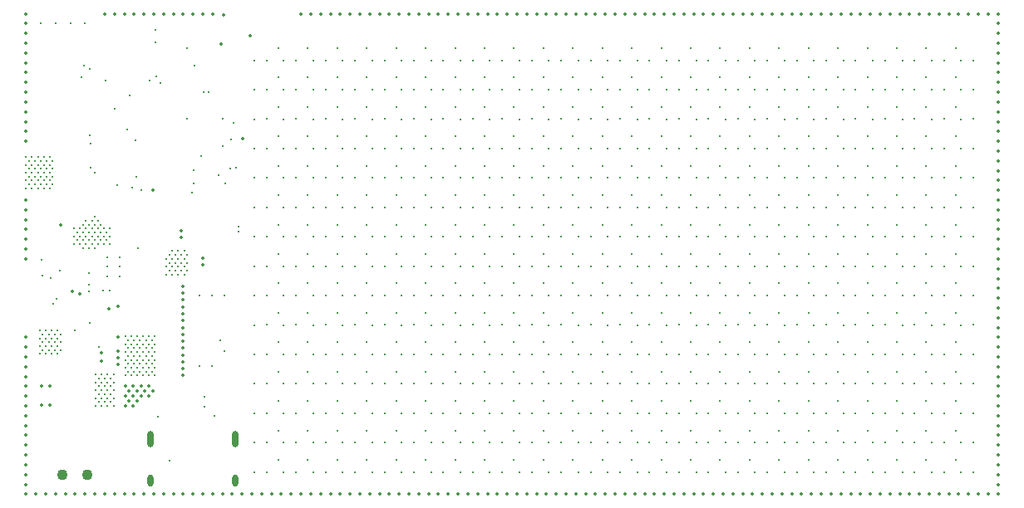
<source format=gbr>
%TF.GenerationSoftware,KiCad,Pcbnew,(5.99.0-12974-ge12f9a194d)*%
%TF.CreationDate,2021-11-26T19:34:31-08:00*%
%TF.ProjectId,LED_Addrs,4c45445f-4164-4647-9273-2e6b69636164,rev?*%
%TF.SameCoordinates,Original*%
%TF.FileFunction,Plated,1,4,PTH,Mixed*%
%TF.FilePolarity,Positive*%
%FSLAX46Y46*%
G04 Gerber Fmt 4.6, Leading zero omitted, Abs format (unit mm)*
G04 Created by KiCad (PCBNEW (5.99.0-12974-ge12f9a194d)) date 2021-11-26 19:34:31*
%MOMM*%
%LPD*%
G01*
G04 APERTURE LIST*
%TA.AperFunction,ViaDrill*%
%ADD10C,0.200000*%
%TD*%
%TA.AperFunction,ComponentDrill*%
%ADD11C,0.200000*%
%TD*%
%TA.AperFunction,ViaDrill*%
%ADD12C,0.350000*%
%TD*%
G04 aperture for slot hole*
%TA.AperFunction,ComponentDrill*%
%ADD13O,0.600000X1.700000*%
%TD*%
G04 aperture for slot hole*
%TA.AperFunction,ComponentDrill*%
%ADD14O,0.600000X1.200000*%
%TD*%
%TA.AperFunction,ComponentDrill*%
%ADD15C,1.100000*%
%TD*%
G04 APERTURE END LIST*
D10*
X12500000Y-27100000D03*
X12500000Y-27900000D03*
X12500000Y-28700000D03*
X12500000Y-29500000D03*
X12500000Y-30300000D03*
X12800000Y-27500000D03*
X12800000Y-28300000D03*
X12800000Y-29100000D03*
X12800000Y-29900000D03*
X13100000Y-27100000D03*
X13100000Y-27900000D03*
X13100000Y-28700000D03*
X13100000Y-29500000D03*
X13100000Y-30300000D03*
X13400000Y-27500000D03*
X13400000Y-28300000D03*
X13400000Y-29100000D03*
X13400000Y-29900000D03*
X13700000Y-27100000D03*
X13700000Y-27900000D03*
X13700000Y-28700000D03*
X13700000Y-29500000D03*
X13700000Y-30300000D03*
X13900000Y-44800000D03*
X13900000Y-45600000D03*
X13900000Y-46400000D03*
X13900000Y-47200000D03*
X14000000Y-13500000D03*
X14000000Y-27500000D03*
X14000000Y-28300000D03*
X14000000Y-29100000D03*
X14000000Y-29900000D03*
X14050000Y-37562500D03*
X14134600Y-39200000D03*
X14200000Y-45200000D03*
X14200000Y-46000000D03*
X14200000Y-46800000D03*
X14300000Y-27100000D03*
X14300000Y-27900000D03*
X14300000Y-28700000D03*
X14300000Y-29500000D03*
X14300000Y-30300000D03*
X14500000Y-44800000D03*
X14500000Y-45600000D03*
X14500000Y-46400000D03*
X14500000Y-47200000D03*
X14600000Y-27500000D03*
X14600000Y-28300000D03*
X14600000Y-29100000D03*
X14600000Y-29900000D03*
X14800000Y-45200000D03*
X14800000Y-46000000D03*
X14800000Y-46800000D03*
X14900000Y-27100000D03*
X14900000Y-27900000D03*
X14900000Y-28700000D03*
X14900000Y-29500000D03*
X14900000Y-30300000D03*
X15000000Y-39437500D03*
X15100000Y-44800000D03*
X15100000Y-45600000D03*
X15100000Y-46400000D03*
X15100000Y-47200000D03*
X15200000Y-27500000D03*
X15200000Y-28300000D03*
X15200000Y-29100000D03*
X15200000Y-29900000D03*
X15275000Y-42085000D03*
X15400000Y-45200000D03*
X15400000Y-46000000D03*
X15400000Y-46800000D03*
X15500000Y-13500000D03*
X15559600Y-41601975D03*
X15700000Y-44800000D03*
X15700000Y-45600000D03*
X15700000Y-46400000D03*
X15700000Y-47200000D03*
X15900000Y-38700000D03*
X16000000Y-45200000D03*
X16000000Y-46000000D03*
X16000000Y-46800000D03*
X17000000Y-13500000D03*
X17400000Y-34400000D03*
X17400000Y-35200000D03*
X17400000Y-36000000D03*
X17500000Y-44800000D03*
X17700000Y-34800000D03*
X17700000Y-35600000D03*
X18000000Y-34400000D03*
X18000000Y-35200000D03*
X18000000Y-36000000D03*
X18100000Y-19000000D03*
X18300000Y-34000000D03*
X18300000Y-34800000D03*
X18300000Y-35600000D03*
X18300000Y-36400000D03*
X18390000Y-17780000D03*
X18500000Y-13500000D03*
X18600000Y-33600000D03*
X18600000Y-34400000D03*
X18600000Y-35200000D03*
X18600000Y-36000000D03*
X18900000Y-34000000D03*
X18900000Y-34800000D03*
X18900000Y-35600000D03*
X18900000Y-36400000D03*
X18900000Y-40818400D03*
X18925000Y-38935000D03*
X18925000Y-40100000D03*
X19000000Y-18100000D03*
X19000000Y-24900000D03*
X19000000Y-44000000D03*
X19054912Y-28233912D03*
X19100000Y-25700000D03*
X19200000Y-33600000D03*
X19200000Y-34400000D03*
X19200000Y-35200000D03*
X19200000Y-36000000D03*
X19500000Y-33200000D03*
X19500000Y-34000000D03*
X19500000Y-34800000D03*
X19500000Y-35600000D03*
X19500000Y-36400000D03*
X19525634Y-28704634D03*
X19600000Y-49300000D03*
X19600000Y-50100000D03*
X19600000Y-50900000D03*
X19600000Y-51700000D03*
X19600000Y-52500000D03*
X19800000Y-33600000D03*
X19800000Y-34400000D03*
X19800000Y-35200000D03*
X19800000Y-36000000D03*
X19900000Y-46500000D03*
X19900000Y-49700000D03*
X19900000Y-50500000D03*
X19900000Y-51300000D03*
X19900000Y-52100000D03*
X20100000Y-34000000D03*
X20100000Y-34800000D03*
X20100000Y-35600000D03*
X20200000Y-49300000D03*
X20200000Y-50100000D03*
X20200000Y-50900000D03*
X20200000Y-51700000D03*
X20200000Y-52500000D03*
X20307636Y-40707636D03*
X20400000Y-34400000D03*
X20400000Y-35200000D03*
X20400000Y-36000000D03*
X20500000Y-49700000D03*
X20500000Y-50500000D03*
X20500000Y-51300000D03*
X20500000Y-52100000D03*
X20600000Y-19300000D03*
X20700000Y-34800000D03*
X20700000Y-35600000D03*
X20800000Y-49300000D03*
X20800000Y-50100000D03*
X20800000Y-50900000D03*
X20800000Y-51700000D03*
X20800000Y-52500000D03*
X21000000Y-34400000D03*
X21000000Y-35200000D03*
X21000000Y-36000000D03*
X21000000Y-40700000D03*
X21100000Y-49700000D03*
X21100000Y-50500000D03*
X21100000Y-51300000D03*
X21100000Y-52100000D03*
X21400000Y-49300000D03*
X21400000Y-50100000D03*
X21400000Y-50900000D03*
X21400000Y-51700000D03*
X21400000Y-52500000D03*
X21500000Y-22200000D03*
X21800000Y-30000000D03*
X22600000Y-45400000D03*
X22600000Y-46200000D03*
X22600000Y-47000000D03*
X22600000Y-47800000D03*
X22600000Y-48600000D03*
X22600000Y-49400000D03*
X22800000Y-24300000D03*
X22900000Y-45800000D03*
X22900000Y-46600000D03*
X22900000Y-47400000D03*
X22900000Y-48200000D03*
X22900000Y-49000000D03*
X23020000Y-20860000D03*
X23200000Y-45400000D03*
X23200000Y-46200000D03*
X23200000Y-47000000D03*
X23200000Y-47800000D03*
X23200000Y-48600000D03*
X23200000Y-49400000D03*
X23300000Y-30200000D03*
X23500000Y-45800000D03*
X23500000Y-46600000D03*
X23500000Y-47400000D03*
X23500000Y-48200000D03*
X23500000Y-49000000D03*
X23600000Y-25400000D03*
X23700000Y-29100000D03*
X23800000Y-45400000D03*
X23800000Y-46200000D03*
X23800000Y-47000000D03*
X23800000Y-47800000D03*
X23800000Y-48600000D03*
X23800000Y-49400000D03*
X23875000Y-36395000D03*
X24100000Y-45800000D03*
X24100000Y-46600000D03*
X24100000Y-47400000D03*
X24100000Y-48200000D03*
X24100000Y-49000000D03*
X24200000Y-30500000D03*
X24400000Y-45400000D03*
X24400000Y-46200000D03*
X24400000Y-47000000D03*
X24400000Y-47800000D03*
X24400000Y-48600000D03*
X24400000Y-49400000D03*
X24700000Y-45800000D03*
X24700000Y-46600000D03*
X24700000Y-47400000D03*
X24700000Y-48200000D03*
X24700000Y-49000000D03*
X25000000Y-45400000D03*
X25000000Y-46200000D03*
X25000000Y-47000000D03*
X25000000Y-47800000D03*
X25000000Y-48600000D03*
X25000000Y-49400000D03*
X25100000Y-19300000D03*
X25300000Y-45800000D03*
X25300000Y-46600000D03*
X25300000Y-47400000D03*
X25300000Y-48200000D03*
X25300000Y-49000000D03*
X25600000Y-45400000D03*
X25600000Y-46200000D03*
X25600000Y-47000000D03*
X25600000Y-47800000D03*
X25600000Y-48600000D03*
X25600000Y-49400000D03*
X25700000Y-14100000D03*
X25700000Y-15400000D03*
X25800000Y-18900000D03*
X25900000Y-53600000D03*
X26200000Y-19600000D03*
X26800000Y-37500000D03*
X26800000Y-38300000D03*
X26800000Y-39100000D03*
X27100000Y-37100000D03*
X27100000Y-37900000D03*
X27100000Y-38700000D03*
X27100000Y-58100000D03*
X27400000Y-36700000D03*
X27400000Y-37500000D03*
X27400000Y-38300000D03*
X27400000Y-39100000D03*
X27700000Y-37100000D03*
X27700000Y-37900000D03*
X27700000Y-38700000D03*
X28000000Y-36700000D03*
X28000000Y-37500000D03*
X28000000Y-38300000D03*
X28000000Y-39100000D03*
X28300000Y-37100000D03*
X28300000Y-37900000D03*
X28300000Y-38700000D03*
X28600000Y-36700000D03*
X28600000Y-37500000D03*
X28600000Y-38300000D03*
X28600000Y-39100000D03*
X28900000Y-16000000D03*
X28900000Y-23200000D03*
X28900000Y-37100000D03*
X28900000Y-37900000D03*
X28900000Y-38700000D03*
X29429628Y-30746471D03*
X29600000Y-28467150D03*
X29600000Y-29800000D03*
X29663402Y-17800000D03*
X30195000Y-41200000D03*
X30195000Y-48400000D03*
X30300000Y-27000000D03*
X30611597Y-20500000D03*
X30635400Y-51600000D03*
X30635400Y-52600000D03*
X31100000Y-20500000D03*
X31465000Y-41200000D03*
X31465000Y-48400000D03*
X31700000Y-53500000D03*
X32100000Y-29000000D03*
X32300000Y-45800000D03*
X32500000Y-23200000D03*
X32500000Y-26000000D03*
X32700000Y-46900000D03*
X32735000Y-41200000D03*
X32814639Y-29832850D03*
X33300000Y-28300000D03*
X33400000Y-25300000D03*
X33600000Y-23600000D03*
X33900000Y-28200000D03*
X34100000Y-34200000D03*
X34100000Y-34700000D03*
X35750000Y-17250000D03*
X35750000Y-20250000D03*
X35750000Y-23250000D03*
X35750000Y-26250000D03*
X35750000Y-29250000D03*
X35750000Y-32250000D03*
X35750000Y-35250000D03*
X35750000Y-38250000D03*
X35750000Y-41250000D03*
X35750000Y-44250000D03*
X35750000Y-47250000D03*
X35750000Y-50250000D03*
X35750000Y-53250000D03*
X35750000Y-56250000D03*
X35750000Y-59250000D03*
X37000000Y-17239830D03*
X37000000Y-20239830D03*
X37000000Y-23239830D03*
X37000000Y-26239830D03*
X37000000Y-29239830D03*
X37000000Y-32239830D03*
X37000000Y-35239830D03*
X37000000Y-38239830D03*
X37000000Y-41239830D03*
X37000000Y-44239830D03*
X37000000Y-47239830D03*
X37000000Y-50239830D03*
X37000000Y-53239830D03*
X37000000Y-56239830D03*
X37000000Y-59239830D03*
X38200000Y-16000000D03*
X38200000Y-19000000D03*
X38200000Y-22000000D03*
X38200000Y-25000000D03*
X38200000Y-28000000D03*
X38200000Y-31000000D03*
X38200000Y-34000000D03*
X38200000Y-37000000D03*
X38200000Y-40000000D03*
X38200000Y-43000000D03*
X38200000Y-46000000D03*
X38200000Y-49000000D03*
X38200000Y-52000000D03*
X38200000Y-55000000D03*
X38200000Y-58000000D03*
X38750000Y-17250000D03*
X38750000Y-20250000D03*
X38750000Y-23250000D03*
X38750000Y-26250000D03*
X38750000Y-29250000D03*
X38750000Y-32250000D03*
X38750000Y-35250000D03*
X38750000Y-38250000D03*
X38750000Y-41250000D03*
X38750000Y-44250000D03*
X38750000Y-47250000D03*
X38750000Y-50250000D03*
X38750000Y-53250000D03*
X38750000Y-56250000D03*
X38750000Y-59250000D03*
X40000000Y-17239830D03*
X40000000Y-20239830D03*
X40000000Y-23239830D03*
X40000000Y-26239830D03*
X40000000Y-29239830D03*
X40000000Y-32239830D03*
X40000000Y-35239830D03*
X40000000Y-38239830D03*
X40000000Y-41239830D03*
X40000000Y-44239830D03*
X40000000Y-47239830D03*
X40000000Y-50239830D03*
X40000000Y-53239830D03*
X40000000Y-56239830D03*
X40000000Y-59239830D03*
X41200000Y-16000000D03*
X41200000Y-19000000D03*
X41200000Y-22000000D03*
X41200000Y-25000000D03*
X41200000Y-28000000D03*
X41200000Y-31000000D03*
X41200000Y-34000000D03*
X41200000Y-37000000D03*
X41200000Y-40000000D03*
X41200000Y-43000000D03*
X41200000Y-46000000D03*
X41200000Y-49000000D03*
X41200000Y-52000000D03*
X41200000Y-55000000D03*
X41200000Y-58000000D03*
X41750000Y-17250000D03*
X41750000Y-20250000D03*
X41750000Y-23250000D03*
X41750000Y-26250000D03*
X41750000Y-29250000D03*
X41750000Y-32250000D03*
X41750000Y-35250000D03*
X41750000Y-38250000D03*
X41750000Y-41250000D03*
X41750000Y-44250000D03*
X41750000Y-47250000D03*
X41750000Y-50250000D03*
X41750000Y-53250000D03*
X41750000Y-56250000D03*
X41750000Y-59250000D03*
X43000000Y-17239830D03*
X43000000Y-20239830D03*
X43000000Y-23239830D03*
X43000000Y-26239830D03*
X43000000Y-29239830D03*
X43000000Y-32239830D03*
X43000000Y-35239830D03*
X43000000Y-38239830D03*
X43000000Y-41239830D03*
X43000000Y-44239830D03*
X43000000Y-47239830D03*
X43000000Y-50239830D03*
X43000000Y-53239830D03*
X43000000Y-56239830D03*
X43000000Y-59239830D03*
X44200000Y-16000000D03*
X44200000Y-19000000D03*
X44200000Y-22000000D03*
X44200000Y-25000000D03*
X44200000Y-28000000D03*
X44200000Y-31000000D03*
X44200000Y-34000000D03*
X44200000Y-37000000D03*
X44200000Y-40000000D03*
X44200000Y-43000000D03*
X44200000Y-46000000D03*
X44200000Y-49000000D03*
X44200000Y-52000000D03*
X44200000Y-55000000D03*
X44200000Y-58000000D03*
X44750000Y-17250000D03*
X44750000Y-20250000D03*
X44750000Y-23250000D03*
X44750000Y-26250000D03*
X44750000Y-29250000D03*
X44750000Y-32250000D03*
X44750000Y-35250000D03*
X44750000Y-38250000D03*
X44750000Y-41250000D03*
X44750000Y-44250000D03*
X44750000Y-47250000D03*
X44750000Y-50250000D03*
X44750000Y-53250000D03*
X44750000Y-56250000D03*
X44750000Y-59250000D03*
X46000000Y-17239830D03*
X46000000Y-20239830D03*
X46000000Y-23239830D03*
X46000000Y-26239830D03*
X46000000Y-29239830D03*
X46000000Y-32239830D03*
X46000000Y-35239830D03*
X46000000Y-38239830D03*
X46000000Y-41239830D03*
X46000000Y-44239830D03*
X46000000Y-47239830D03*
X46000000Y-50239830D03*
X46000000Y-53239830D03*
X46000000Y-56239830D03*
X46000000Y-59239830D03*
X47200000Y-16000000D03*
X47200000Y-19000000D03*
X47200000Y-22000000D03*
X47200000Y-25000000D03*
X47200000Y-28000000D03*
X47200000Y-31000000D03*
X47200000Y-34000000D03*
X47200000Y-37000000D03*
X47200000Y-40000000D03*
X47200000Y-43000000D03*
X47200000Y-46000000D03*
X47200000Y-49000000D03*
X47200000Y-52000000D03*
X47200000Y-55000000D03*
X47200000Y-58000000D03*
X47750000Y-17250000D03*
X47750000Y-20250000D03*
X47750000Y-23250000D03*
X47750000Y-26250000D03*
X47750000Y-29250000D03*
X47750000Y-32250000D03*
X47750000Y-35250000D03*
X47750000Y-38250000D03*
X47750000Y-41250000D03*
X47750000Y-44250000D03*
X47750000Y-47250000D03*
X47750000Y-50250000D03*
X47750000Y-53250000D03*
X47750000Y-56250000D03*
X47750000Y-59250000D03*
X49000000Y-17239830D03*
X49000000Y-20239830D03*
X49000000Y-23239830D03*
X49000000Y-26239830D03*
X49000000Y-29239830D03*
X49000000Y-32239830D03*
X49000000Y-35239830D03*
X49000000Y-38239830D03*
X49000000Y-41239830D03*
X49000000Y-44239830D03*
X49000000Y-47239830D03*
X49000000Y-50239830D03*
X49000000Y-53239830D03*
X49000000Y-56239830D03*
X49000000Y-59239830D03*
X50200000Y-16000000D03*
X50200000Y-19000000D03*
X50200000Y-22000000D03*
X50200000Y-25000000D03*
X50200000Y-28000000D03*
X50200000Y-31000000D03*
X50200000Y-34000000D03*
X50200000Y-37000000D03*
X50200000Y-40000000D03*
X50200000Y-43000000D03*
X50200000Y-46000000D03*
X50200000Y-49000000D03*
X50200000Y-52000000D03*
X50200000Y-55000000D03*
X50200000Y-58000000D03*
X50750000Y-17250000D03*
X50750000Y-20250000D03*
X50750000Y-23250000D03*
X50750000Y-26250000D03*
X50750000Y-29250000D03*
X50750000Y-32250000D03*
X50750000Y-35250000D03*
X50750000Y-38250000D03*
X50750000Y-41250000D03*
X50750000Y-44250000D03*
X50750000Y-47250000D03*
X50750000Y-50250000D03*
X50750000Y-53250000D03*
X50750000Y-56250000D03*
X50750000Y-59250000D03*
X52000000Y-17239830D03*
X52000000Y-20239830D03*
X52000000Y-23239830D03*
X52000000Y-26239830D03*
X52000000Y-29239830D03*
X52000000Y-32239830D03*
X52000000Y-35239830D03*
X52000000Y-38239830D03*
X52000000Y-41239830D03*
X52000000Y-44239830D03*
X52000000Y-47239830D03*
X52000000Y-50239830D03*
X52000000Y-53239830D03*
X52000000Y-56239830D03*
X52000000Y-59239830D03*
X53200000Y-16000000D03*
X53200000Y-19000000D03*
X53200000Y-22000000D03*
X53200000Y-25000000D03*
X53200000Y-28000000D03*
X53200000Y-31000000D03*
X53200000Y-34000000D03*
X53200000Y-37000000D03*
X53200000Y-40000000D03*
X53200000Y-43000000D03*
X53200000Y-46000000D03*
X53200000Y-49000000D03*
X53200000Y-52000000D03*
X53200000Y-55000000D03*
X53200000Y-58000000D03*
X53750000Y-17250000D03*
X53750000Y-20250000D03*
X53750000Y-23250000D03*
X53750000Y-26250000D03*
X53750000Y-29250000D03*
X53750000Y-32250000D03*
X53750000Y-35250000D03*
X53750000Y-38250000D03*
X53750000Y-41250000D03*
X53750000Y-44250000D03*
X53750000Y-47250000D03*
X53750000Y-50250000D03*
X53750000Y-53250000D03*
X53750000Y-56250000D03*
X53750000Y-59250000D03*
X55000000Y-17239830D03*
X55000000Y-20239830D03*
X55000000Y-23239830D03*
X55000000Y-26239830D03*
X55000000Y-29239830D03*
X55000000Y-32239830D03*
X55000000Y-35239830D03*
X55000000Y-38239830D03*
X55000000Y-41239830D03*
X55000000Y-44239830D03*
X55000000Y-47239830D03*
X55000000Y-50239830D03*
X55000000Y-53239830D03*
X55000000Y-56239830D03*
X55000000Y-59239830D03*
X56200000Y-16000000D03*
X56200000Y-19000000D03*
X56200000Y-22000000D03*
X56200000Y-25000000D03*
X56200000Y-28000000D03*
X56200000Y-31000000D03*
X56200000Y-34000000D03*
X56200000Y-37000000D03*
X56200000Y-40000000D03*
X56200000Y-43000000D03*
X56200000Y-46000000D03*
X56200000Y-49000000D03*
X56200000Y-52000000D03*
X56200000Y-55000000D03*
X56200000Y-58000000D03*
X56750000Y-17250000D03*
X56750000Y-20250000D03*
X56750000Y-23250000D03*
X56750000Y-26250000D03*
X56750000Y-29250000D03*
X56750000Y-32250000D03*
X56750000Y-35250000D03*
X56750000Y-38250000D03*
X56750000Y-41250000D03*
X56750000Y-44250000D03*
X56750000Y-47250000D03*
X56750000Y-50250000D03*
X56750000Y-53250000D03*
X56750000Y-56250000D03*
X56750000Y-59250000D03*
X58000000Y-17239830D03*
X58000000Y-20239830D03*
X58000000Y-23239830D03*
X58000000Y-26239830D03*
X58000000Y-29239830D03*
X58000000Y-32239830D03*
X58000000Y-35239830D03*
X58000000Y-38239830D03*
X58000000Y-41239830D03*
X58000000Y-44239830D03*
X58000000Y-47239830D03*
X58000000Y-50239830D03*
X58000000Y-53239830D03*
X58000000Y-56239830D03*
X58000000Y-59239830D03*
X59200000Y-16000000D03*
X59200000Y-19000000D03*
X59200000Y-22000000D03*
X59200000Y-25000000D03*
X59200000Y-28000000D03*
X59200000Y-31000000D03*
X59200000Y-34000000D03*
X59200000Y-37000000D03*
X59200000Y-40000000D03*
X59200000Y-43000000D03*
X59200000Y-46000000D03*
X59200000Y-49000000D03*
X59200000Y-52000000D03*
X59200000Y-55000000D03*
X59200000Y-58000000D03*
X59750000Y-17250000D03*
X59750000Y-20250000D03*
X59750000Y-23250000D03*
X59750000Y-26250000D03*
X59750000Y-29250000D03*
X59750000Y-32250000D03*
X59750000Y-35250000D03*
X59750000Y-38250000D03*
X59750000Y-41250000D03*
X59750000Y-44250000D03*
X59750000Y-47250000D03*
X59750000Y-50250000D03*
X59750000Y-53250000D03*
X59750000Y-56250000D03*
X59750000Y-59250000D03*
X61000000Y-17239830D03*
X61000000Y-20239830D03*
X61000000Y-23239830D03*
X61000000Y-26239830D03*
X61000000Y-29239830D03*
X61000000Y-32239830D03*
X61000000Y-35239830D03*
X61000000Y-38239830D03*
X61000000Y-41239830D03*
X61000000Y-44239830D03*
X61000000Y-47239830D03*
X61000000Y-50239830D03*
X61000000Y-53239830D03*
X61000000Y-56239830D03*
X61000000Y-59239830D03*
X62200000Y-16000000D03*
X62200000Y-19000000D03*
X62200000Y-22000000D03*
X62200000Y-25000000D03*
X62200000Y-28000000D03*
X62200000Y-31000000D03*
X62200000Y-34000000D03*
X62200000Y-37000000D03*
X62200000Y-40000000D03*
X62200000Y-43000000D03*
X62200000Y-46000000D03*
X62200000Y-49000000D03*
X62200000Y-52000000D03*
X62200000Y-55000000D03*
X62200000Y-58000000D03*
X62750000Y-17250000D03*
X62750000Y-20250000D03*
X62750000Y-23250000D03*
X62750000Y-26250000D03*
X62750000Y-29250000D03*
X62750000Y-32250000D03*
X62750000Y-35250000D03*
X62750000Y-38250000D03*
X62750000Y-41250000D03*
X62750000Y-44250000D03*
X62750000Y-47250000D03*
X62750000Y-50250000D03*
X62750000Y-53250000D03*
X62750000Y-56250000D03*
X62750000Y-59250000D03*
X64000000Y-17239830D03*
X64000000Y-20239830D03*
X64000000Y-23239830D03*
X64000000Y-26239830D03*
X64000000Y-29239830D03*
X64000000Y-32239830D03*
X64000000Y-35239830D03*
X64000000Y-38239830D03*
X64000000Y-41239830D03*
X64000000Y-44239830D03*
X64000000Y-47239830D03*
X64000000Y-50239830D03*
X64000000Y-53239830D03*
X64000000Y-56239830D03*
X64000000Y-59239830D03*
X65200000Y-16000000D03*
X65200000Y-19000000D03*
X65200000Y-22000000D03*
X65200000Y-25000000D03*
X65200000Y-28000000D03*
X65200000Y-31000000D03*
X65200000Y-34000000D03*
X65200000Y-37000000D03*
X65200000Y-40000000D03*
X65200000Y-43000000D03*
X65200000Y-46000000D03*
X65200000Y-49000000D03*
X65200000Y-52000000D03*
X65200000Y-55000000D03*
X65200000Y-58000000D03*
X65750000Y-17250000D03*
X65750000Y-20250000D03*
X65750000Y-23250000D03*
X65750000Y-26250000D03*
X65750000Y-29250000D03*
X65750000Y-32250000D03*
X65750000Y-35250000D03*
X65750000Y-38250000D03*
X65750000Y-41250000D03*
X65750000Y-44250000D03*
X65750000Y-47250000D03*
X65750000Y-50250000D03*
X65750000Y-53250000D03*
X65750000Y-56250000D03*
X65750000Y-59250000D03*
X67000000Y-17239830D03*
X67000000Y-20239830D03*
X67000000Y-23239830D03*
X67000000Y-26239830D03*
X67000000Y-29239830D03*
X67000000Y-32239830D03*
X67000000Y-35239830D03*
X67000000Y-38239830D03*
X67000000Y-41239830D03*
X67000000Y-44239830D03*
X67000000Y-47239830D03*
X67000000Y-50239830D03*
X67000000Y-53239830D03*
X67000000Y-56239830D03*
X67000000Y-59239830D03*
X68200000Y-16000000D03*
X68200000Y-19000000D03*
X68200000Y-22000000D03*
X68200000Y-25000000D03*
X68200000Y-28000000D03*
X68200000Y-31000000D03*
X68200000Y-34000000D03*
X68200000Y-37000000D03*
X68200000Y-40000000D03*
X68200000Y-43000000D03*
X68200000Y-46000000D03*
X68200000Y-49000000D03*
X68200000Y-52000000D03*
X68200000Y-55000000D03*
X68200000Y-58000000D03*
X68750000Y-17250000D03*
X68750000Y-20250000D03*
X68750000Y-23250000D03*
X68750000Y-26250000D03*
X68750000Y-29250000D03*
X68750000Y-32250000D03*
X68750000Y-35250000D03*
X68750000Y-38250000D03*
X68750000Y-41250000D03*
X68750000Y-44250000D03*
X68750000Y-47250000D03*
X68750000Y-50250000D03*
X68750000Y-53250000D03*
X68750000Y-56250000D03*
X68750000Y-59250000D03*
X70000000Y-17239830D03*
X70000000Y-20239830D03*
X70000000Y-23239830D03*
X70000000Y-26239830D03*
X70000000Y-29239830D03*
X70000000Y-32239830D03*
X70000000Y-35239830D03*
X70000000Y-38239830D03*
X70000000Y-41239830D03*
X70000000Y-44239830D03*
X70000000Y-47239830D03*
X70000000Y-50239830D03*
X70000000Y-53239830D03*
X70000000Y-56239830D03*
X70000000Y-59239830D03*
X71200000Y-16000000D03*
X71200000Y-19000000D03*
X71200000Y-22000000D03*
X71200000Y-25000000D03*
X71200000Y-28000000D03*
X71200000Y-31000000D03*
X71200000Y-34000000D03*
X71200000Y-37000000D03*
X71200000Y-40000000D03*
X71200000Y-43000000D03*
X71200000Y-46000000D03*
X71200000Y-49000000D03*
X71200000Y-52000000D03*
X71200000Y-55000000D03*
X71200000Y-58000000D03*
X71750000Y-17250000D03*
X71750000Y-20250000D03*
X71750000Y-23250000D03*
X71750000Y-26250000D03*
X71750000Y-29250000D03*
X71750000Y-32250000D03*
X71750000Y-35250000D03*
X71750000Y-38250000D03*
X71750000Y-41250000D03*
X71750000Y-44250000D03*
X71750000Y-47250000D03*
X71750000Y-50250000D03*
X71750000Y-53250000D03*
X71750000Y-56250000D03*
X71750000Y-59250000D03*
X73000000Y-17239830D03*
X73000000Y-20239830D03*
X73000000Y-23239830D03*
X73000000Y-26239830D03*
X73000000Y-29239830D03*
X73000000Y-32239830D03*
X73000000Y-35239830D03*
X73000000Y-38239830D03*
X73000000Y-41239830D03*
X73000000Y-44239830D03*
X73000000Y-47239830D03*
X73000000Y-50239830D03*
X73000000Y-53239830D03*
X73000000Y-56239830D03*
X73000000Y-59239830D03*
X74200000Y-16000000D03*
X74200000Y-19000000D03*
X74200000Y-22000000D03*
X74200000Y-25000000D03*
X74200000Y-28000000D03*
X74200000Y-31000000D03*
X74200000Y-34000000D03*
X74200000Y-37000000D03*
X74200000Y-40000000D03*
X74200000Y-43000000D03*
X74200000Y-46000000D03*
X74200000Y-49000000D03*
X74200000Y-52000000D03*
X74200000Y-55000000D03*
X74200000Y-58000000D03*
X74750000Y-17250000D03*
X74750000Y-20250000D03*
X74750000Y-23250000D03*
X74750000Y-26250000D03*
X74750000Y-29250000D03*
X74750000Y-32250000D03*
X74750000Y-35250000D03*
X74750000Y-38250000D03*
X74750000Y-41250000D03*
X74750000Y-44250000D03*
X74750000Y-47250000D03*
X74750000Y-50250000D03*
X74750000Y-53250000D03*
X74750000Y-56250000D03*
X74750000Y-59250000D03*
X76000000Y-17239830D03*
X76000000Y-20239830D03*
X76000000Y-23239830D03*
X76000000Y-26239830D03*
X76000000Y-29239830D03*
X76000000Y-32239830D03*
X76000000Y-35239830D03*
X76000000Y-38239830D03*
X76000000Y-41239830D03*
X76000000Y-44239830D03*
X76000000Y-47239830D03*
X76000000Y-50239830D03*
X76000000Y-53239830D03*
X76000000Y-56239830D03*
X76000000Y-59239830D03*
X77200000Y-16000000D03*
X77200000Y-19000000D03*
X77200000Y-22000000D03*
X77200000Y-25000000D03*
X77200000Y-28000000D03*
X77200000Y-31000000D03*
X77200000Y-34000000D03*
X77200000Y-37000000D03*
X77200000Y-40000000D03*
X77200000Y-43000000D03*
X77200000Y-46000000D03*
X77200000Y-49000000D03*
X77200000Y-52000000D03*
X77200000Y-55000000D03*
X77200000Y-58000000D03*
X77750000Y-17250000D03*
X77750000Y-20250000D03*
X77750000Y-23250000D03*
X77750000Y-26250000D03*
X77750000Y-29250000D03*
X77750000Y-32250000D03*
X77750000Y-35250000D03*
X77750000Y-38250000D03*
X77750000Y-41250000D03*
X77750000Y-44250000D03*
X77750000Y-47250000D03*
X77750000Y-50250000D03*
X77750000Y-53250000D03*
X77750000Y-56250000D03*
X77750000Y-59250000D03*
X79000000Y-17239830D03*
X79000000Y-20239830D03*
X79000000Y-23239830D03*
X79000000Y-26239830D03*
X79000000Y-29239830D03*
X79000000Y-32239830D03*
X79000000Y-35239830D03*
X79000000Y-38239830D03*
X79000000Y-41239830D03*
X79000000Y-44239830D03*
X79000000Y-47239830D03*
X79000000Y-50239830D03*
X79000000Y-53239830D03*
X79000000Y-56239830D03*
X79000000Y-59239830D03*
X80200000Y-16000000D03*
X80200000Y-19000000D03*
X80200000Y-22000000D03*
X80200000Y-25000000D03*
X80200000Y-28000000D03*
X80200000Y-31000000D03*
X80200000Y-34000000D03*
X80200000Y-37000000D03*
X80200000Y-40000000D03*
X80200000Y-43000000D03*
X80200000Y-46000000D03*
X80200000Y-49000000D03*
X80200000Y-52000000D03*
X80200000Y-55000000D03*
X80200000Y-58000000D03*
X80750000Y-17250000D03*
X80750000Y-20250000D03*
X80750000Y-23250000D03*
X80750000Y-26250000D03*
X80750000Y-29250000D03*
X80750000Y-32250000D03*
X80750000Y-35250000D03*
X80750000Y-38250000D03*
X80750000Y-41250000D03*
X80750000Y-44250000D03*
X80750000Y-47250000D03*
X80750000Y-50250000D03*
X80750000Y-53250000D03*
X80750000Y-56250000D03*
X80750000Y-59250000D03*
X82000000Y-17239830D03*
X82000000Y-20239830D03*
X82000000Y-23239830D03*
X82000000Y-26239830D03*
X82000000Y-29239830D03*
X82000000Y-32239830D03*
X82000000Y-35239830D03*
X82000000Y-38239830D03*
X82000000Y-41239830D03*
X82000000Y-44239830D03*
X82000000Y-47239830D03*
X82000000Y-50239830D03*
X82000000Y-53239830D03*
X82000000Y-56239830D03*
X82000000Y-59239830D03*
X83200000Y-16000000D03*
X83200000Y-19000000D03*
X83200000Y-22000000D03*
X83200000Y-25000000D03*
X83200000Y-28000000D03*
X83200000Y-31000000D03*
X83200000Y-34000000D03*
X83200000Y-37000000D03*
X83200000Y-40000000D03*
X83200000Y-43000000D03*
X83200000Y-46000000D03*
X83200000Y-49000000D03*
X83200000Y-52000000D03*
X83200000Y-55000000D03*
X83200000Y-58000000D03*
X83750000Y-17250000D03*
X83750000Y-20250000D03*
X83750000Y-23250000D03*
X83750000Y-26250000D03*
X83750000Y-29250000D03*
X83750000Y-32250000D03*
X83750000Y-35250000D03*
X83750000Y-38250000D03*
X83750000Y-41250000D03*
X83750000Y-44250000D03*
X83750000Y-47250000D03*
X83750000Y-50250000D03*
X83750000Y-53250000D03*
X83750000Y-56250000D03*
X83750000Y-59250000D03*
X85000000Y-17239830D03*
X85000000Y-20239830D03*
X85000000Y-23239830D03*
X85000000Y-26239830D03*
X85000000Y-29239830D03*
X85000000Y-32239830D03*
X85000000Y-35239830D03*
X85000000Y-38239830D03*
X85000000Y-41239830D03*
X85000000Y-44239830D03*
X85000000Y-47239830D03*
X85000000Y-50239830D03*
X85000000Y-53239830D03*
X85000000Y-56239830D03*
X85000000Y-59239830D03*
X86200000Y-16000000D03*
X86200000Y-19000000D03*
X86200000Y-22000000D03*
X86200000Y-25000000D03*
X86200000Y-28000000D03*
X86200000Y-31000000D03*
X86200000Y-34000000D03*
X86200000Y-37000000D03*
X86200000Y-40000000D03*
X86200000Y-43000000D03*
X86200000Y-46000000D03*
X86200000Y-49000000D03*
X86200000Y-52000000D03*
X86200000Y-55000000D03*
X86200000Y-58000000D03*
X86750000Y-17250000D03*
X86750000Y-20250000D03*
X86750000Y-23250000D03*
X86750000Y-26250000D03*
X86750000Y-29250000D03*
X86750000Y-32250000D03*
X86750000Y-35250000D03*
X86750000Y-38250000D03*
X86750000Y-41250000D03*
X86750000Y-44250000D03*
X86750000Y-47250000D03*
X86750000Y-50250000D03*
X86750000Y-53250000D03*
X86750000Y-56250000D03*
X86750000Y-59250000D03*
X88000000Y-17239830D03*
X88000000Y-20239830D03*
X88000000Y-23239830D03*
X88000000Y-26239830D03*
X88000000Y-29239830D03*
X88000000Y-32239830D03*
X88000000Y-35239830D03*
X88000000Y-38239830D03*
X88000000Y-41239830D03*
X88000000Y-44239830D03*
X88000000Y-47239830D03*
X88000000Y-50239830D03*
X88000000Y-53239830D03*
X88000000Y-56239830D03*
X88000000Y-59239830D03*
X89200000Y-16000000D03*
X89200000Y-19000000D03*
X89200000Y-22000000D03*
X89200000Y-25000000D03*
X89200000Y-28000000D03*
X89200000Y-31000000D03*
X89200000Y-34000000D03*
X89200000Y-37000000D03*
X89200000Y-40000000D03*
X89200000Y-43000000D03*
X89200000Y-46000000D03*
X89200000Y-49000000D03*
X89200000Y-52000000D03*
X89200000Y-55000000D03*
X89200000Y-58000000D03*
X89750000Y-17250000D03*
X89750000Y-20250000D03*
X89750000Y-23250000D03*
X89750000Y-26250000D03*
X89750000Y-29250000D03*
X89750000Y-32250000D03*
X89750000Y-35250000D03*
X89750000Y-38250000D03*
X89750000Y-41250000D03*
X89750000Y-44250000D03*
X89750000Y-47250000D03*
X89750000Y-50250000D03*
X89750000Y-53250000D03*
X89750000Y-56250000D03*
X89750000Y-59250000D03*
X91000000Y-17239830D03*
X91000000Y-20239830D03*
X91000000Y-23239830D03*
X91000000Y-26239830D03*
X91000000Y-29239830D03*
X91000000Y-32239830D03*
X91000000Y-35239830D03*
X91000000Y-38239830D03*
X91000000Y-41239830D03*
X91000000Y-44239830D03*
X91000000Y-47239830D03*
X91000000Y-50239830D03*
X91000000Y-53239830D03*
X91000000Y-56239830D03*
X91000000Y-59239830D03*
X92200000Y-16000000D03*
X92200000Y-19000000D03*
X92200000Y-22000000D03*
X92200000Y-25000000D03*
X92200000Y-28000000D03*
X92200000Y-31000000D03*
X92200000Y-34000000D03*
X92200000Y-37000000D03*
X92200000Y-40000000D03*
X92200000Y-43000000D03*
X92200000Y-46000000D03*
X92200000Y-49000000D03*
X92200000Y-52000000D03*
X92200000Y-55000000D03*
X92200000Y-58000000D03*
X92750000Y-17250000D03*
X92750000Y-20250000D03*
X92750000Y-23250000D03*
X92750000Y-26250000D03*
X92750000Y-29250000D03*
X92750000Y-32250000D03*
X92750000Y-35250000D03*
X92750000Y-38250000D03*
X92750000Y-41250000D03*
X92750000Y-44250000D03*
X92750000Y-47250000D03*
X92750000Y-50250000D03*
X92750000Y-53250000D03*
X92750000Y-56250000D03*
X92750000Y-59250000D03*
X94000000Y-17239830D03*
X94000000Y-20239830D03*
X94000000Y-23239830D03*
X94000000Y-26239830D03*
X94000000Y-29239830D03*
X94000000Y-32239830D03*
X94000000Y-35239830D03*
X94000000Y-38239830D03*
X94000000Y-41239830D03*
X94000000Y-44239830D03*
X94000000Y-47239830D03*
X94000000Y-50239830D03*
X94000000Y-53239830D03*
X94000000Y-56239830D03*
X94000000Y-59239830D03*
X95200000Y-16000000D03*
X95200000Y-19000000D03*
X95200000Y-22000000D03*
X95200000Y-25000000D03*
X95200000Y-28000000D03*
X95200000Y-31000000D03*
X95200000Y-34000000D03*
X95200000Y-37000000D03*
X95200000Y-40000000D03*
X95200000Y-43000000D03*
X95200000Y-46000000D03*
X95200000Y-49000000D03*
X95200000Y-52000000D03*
X95200000Y-55000000D03*
X95200000Y-58000000D03*
X95750000Y-17250000D03*
X95750000Y-20250000D03*
X95750000Y-23250000D03*
X95750000Y-26250000D03*
X95750000Y-29250000D03*
X95750000Y-32250000D03*
X95750000Y-35250000D03*
X95750000Y-38250000D03*
X95750000Y-41250000D03*
X95750000Y-44250000D03*
X95750000Y-47250000D03*
X95750000Y-50250000D03*
X95750000Y-53250000D03*
X95750000Y-56250000D03*
X95750000Y-59250000D03*
X97000000Y-17239830D03*
X97000000Y-20239830D03*
X97000000Y-23239830D03*
X97000000Y-26239830D03*
X97000000Y-29239830D03*
X97000000Y-32239830D03*
X97000000Y-35239830D03*
X97000000Y-38239830D03*
X97000000Y-41239830D03*
X97000000Y-44239830D03*
X97000000Y-47239830D03*
X97000000Y-50239830D03*
X97000000Y-53239830D03*
X97000000Y-56239830D03*
X97000000Y-59239830D03*
X98200000Y-16000000D03*
X98200000Y-19000000D03*
X98200000Y-22000000D03*
X98200000Y-25000000D03*
X98200000Y-28000000D03*
X98200000Y-31000000D03*
X98200000Y-34000000D03*
X98200000Y-37000000D03*
X98200000Y-40000000D03*
X98200000Y-43000000D03*
X98200000Y-46000000D03*
X98200000Y-49000000D03*
X98200000Y-52000000D03*
X98200000Y-55000000D03*
X98200000Y-58000000D03*
X98750000Y-17250000D03*
X98750000Y-20250000D03*
X98750000Y-23250000D03*
X98750000Y-26250000D03*
X98750000Y-29250000D03*
X98750000Y-32250000D03*
X98750000Y-35250000D03*
X98750000Y-38250000D03*
X98750000Y-41250000D03*
X98750000Y-44250000D03*
X98750000Y-47250000D03*
X98750000Y-50250000D03*
X98750000Y-53250000D03*
X98750000Y-56250000D03*
X98750000Y-59250000D03*
X100000000Y-17239830D03*
X100000000Y-20239830D03*
X100000000Y-23239830D03*
X100000000Y-26239830D03*
X100000000Y-29239830D03*
X100000000Y-32239830D03*
X100000000Y-35239830D03*
X100000000Y-38239830D03*
X100000000Y-41239830D03*
X100000000Y-44239830D03*
X100000000Y-47239830D03*
X100000000Y-50239830D03*
X100000000Y-53239830D03*
X100000000Y-56239830D03*
X100000000Y-59239830D03*
X101200000Y-16000000D03*
X101200000Y-19000000D03*
X101200000Y-22000000D03*
X101200000Y-25000000D03*
X101200000Y-28000000D03*
X101200000Y-31000000D03*
X101200000Y-34000000D03*
X101200000Y-37000000D03*
X101200000Y-40000000D03*
X101200000Y-43000000D03*
X101200000Y-46000000D03*
X101200000Y-49000000D03*
X101200000Y-52000000D03*
X101200000Y-55000000D03*
X101200000Y-58000000D03*
X101750000Y-17250000D03*
X101750000Y-20250000D03*
X101750000Y-23250000D03*
X101750000Y-26250000D03*
X101750000Y-29250000D03*
X101750000Y-32250000D03*
X101750000Y-35250000D03*
X101750000Y-38250000D03*
X101750000Y-41250000D03*
X101750000Y-44250000D03*
X101750000Y-47250000D03*
X101750000Y-50250000D03*
X101750000Y-53250000D03*
X101750000Y-56250000D03*
X101750000Y-59250000D03*
X103000000Y-17239830D03*
X103000000Y-20239830D03*
X103000000Y-23239830D03*
X103000000Y-26239830D03*
X103000000Y-29239830D03*
X103000000Y-32239830D03*
X103000000Y-35239830D03*
X103000000Y-38239830D03*
X103000000Y-41239830D03*
X103000000Y-44239830D03*
X103000000Y-47239830D03*
X103000000Y-50239830D03*
X103000000Y-53239830D03*
X103000000Y-56239830D03*
X103000000Y-59239830D03*
X104200000Y-16000000D03*
X104200000Y-19000000D03*
X104200000Y-22000000D03*
X104200000Y-25000000D03*
X104200000Y-28000000D03*
X104200000Y-31000000D03*
X104200000Y-34000000D03*
X104200000Y-37000000D03*
X104200000Y-40000000D03*
X104200000Y-43000000D03*
X104200000Y-46000000D03*
X104200000Y-49000000D03*
X104200000Y-52000000D03*
X104200000Y-55000000D03*
X104200000Y-58000000D03*
X104750000Y-17250000D03*
X104750000Y-20250000D03*
X104750000Y-23250000D03*
X104750000Y-26250000D03*
X104750000Y-29250000D03*
X104750000Y-32250000D03*
X104750000Y-35250000D03*
X104750000Y-38250000D03*
X104750000Y-41250000D03*
X104750000Y-44250000D03*
X104750000Y-47250000D03*
X104750000Y-50250000D03*
X104750000Y-53250000D03*
X104750000Y-56250000D03*
X104750000Y-59250000D03*
X106000000Y-17239830D03*
X106000000Y-20239830D03*
X106000000Y-23239830D03*
X106000000Y-26239830D03*
X106000000Y-29239830D03*
X106000000Y-32239830D03*
X106000000Y-35239830D03*
X106000000Y-38239830D03*
X106000000Y-41239830D03*
X106000000Y-44239830D03*
X106000000Y-47239830D03*
X106000000Y-50239830D03*
X106000000Y-53239830D03*
X106000000Y-56239830D03*
X106000000Y-59239830D03*
X107200000Y-16000000D03*
X107200000Y-19000000D03*
X107200000Y-22000000D03*
X107200000Y-25000000D03*
X107200000Y-28000000D03*
X107200000Y-31000000D03*
X107200000Y-34000000D03*
X107200000Y-37000000D03*
X107200000Y-40000000D03*
X107200000Y-43000000D03*
X107200000Y-46000000D03*
X107200000Y-49000000D03*
X107200000Y-52000000D03*
X107200000Y-55000000D03*
X107200000Y-58000000D03*
X107750000Y-17250000D03*
X107750000Y-20250000D03*
X107750000Y-23250000D03*
X107750000Y-26250000D03*
X107750000Y-29250000D03*
X107750000Y-32250000D03*
X107750000Y-35250000D03*
X107750000Y-38250000D03*
X107750000Y-41250000D03*
X107750000Y-44250000D03*
X107750000Y-47250000D03*
X107750000Y-50250000D03*
X107750000Y-53250000D03*
X107750000Y-56250000D03*
X107750000Y-59250000D03*
X109000000Y-17239830D03*
X109000000Y-20239830D03*
X109000000Y-23239830D03*
X109000000Y-26239830D03*
X109000000Y-29239830D03*
X109000000Y-32239830D03*
X109000000Y-35239830D03*
X109000000Y-38239830D03*
X109000000Y-41239830D03*
X109000000Y-44239830D03*
X109000000Y-47239830D03*
X109000000Y-50239830D03*
X109000000Y-53239830D03*
X109000000Y-56239830D03*
X109000000Y-59239830D03*
D11*
%TO.C,U5*%
X20750000Y-37300000D03*
X20750000Y-38300000D03*
X20750000Y-39300000D03*
X22050000Y-37300000D03*
X22050000Y-38300000D03*
X22050000Y-39300000D03*
%TD*%
D12*
X12500000Y-12500000D03*
X12500000Y-13500000D03*
X12500000Y-14500000D03*
X12500000Y-15500000D03*
X12500000Y-16500000D03*
X12500000Y-17500000D03*
X12500000Y-18500000D03*
X12500000Y-19500000D03*
X12500000Y-20500000D03*
X12500000Y-21500000D03*
X12500000Y-22500000D03*
X12500000Y-23500000D03*
X12500000Y-24500000D03*
X12500000Y-25500000D03*
X12500000Y-31500000D03*
X12500000Y-32500000D03*
X12500000Y-33500000D03*
X12500000Y-34500000D03*
X12500000Y-35500000D03*
X12500000Y-36500000D03*
X12500000Y-37500000D03*
X12500000Y-45500000D03*
X12500000Y-46500000D03*
X12500000Y-47500000D03*
X12500000Y-48500000D03*
X12500000Y-49500000D03*
X12500000Y-50500000D03*
X12500000Y-51500000D03*
X12500000Y-52500000D03*
X12500000Y-53500000D03*
X12500000Y-54500000D03*
X12500000Y-55500000D03*
X12500000Y-56500000D03*
X12500000Y-57500000D03*
X12500000Y-58500000D03*
X12500000Y-59500000D03*
X12500000Y-60500000D03*
X12500000Y-61500000D03*
X13500000Y-61500000D03*
X14100000Y-50500000D03*
X14100000Y-52400000D03*
X14500000Y-61500000D03*
X14900000Y-50500000D03*
X14900000Y-52400000D03*
X15500000Y-61500000D03*
X16000000Y-34000000D03*
X16500000Y-61500000D03*
X17200000Y-40800000D03*
X17500000Y-61500000D03*
X18000000Y-41100000D03*
X18500000Y-61500000D03*
X19500000Y-61500000D03*
X20200000Y-47100000D03*
X20200000Y-47900000D03*
X20500000Y-12500000D03*
X20500000Y-61500000D03*
X20900000Y-42600000D03*
X21500000Y-12500000D03*
X21500000Y-61500000D03*
X21900000Y-42300000D03*
X21900000Y-45500000D03*
X21900000Y-46900000D03*
X21900000Y-47600000D03*
X21900000Y-48300000D03*
X22500000Y-12500000D03*
X22500000Y-61500000D03*
X22600000Y-50500000D03*
X22600000Y-51500000D03*
X22600000Y-52500000D03*
X23000000Y-51000000D03*
X23000000Y-52000000D03*
X23400000Y-50500000D03*
X23400000Y-51500000D03*
X23400000Y-52500000D03*
X23500000Y-12500000D03*
X23500000Y-61500000D03*
X23800000Y-51000000D03*
X23800000Y-52000000D03*
X24200000Y-50500000D03*
X24200000Y-51500000D03*
X24500000Y-12500000D03*
X24500000Y-61500000D03*
X24600000Y-51000000D03*
X25000000Y-50500000D03*
X25000000Y-51500000D03*
X25400000Y-30500000D03*
X25400000Y-51000000D03*
X25500000Y-12500000D03*
X25500000Y-61500000D03*
X26500000Y-12500000D03*
X26500000Y-61500000D03*
X27500000Y-12500000D03*
X27500000Y-61500000D03*
X28300000Y-34600000D03*
X28300000Y-35300000D03*
X28500000Y-12500000D03*
X28500000Y-40300000D03*
X28500000Y-41000000D03*
X28500000Y-41700000D03*
X28500000Y-42400000D03*
X28500000Y-43100000D03*
X28500000Y-43800000D03*
X28500000Y-44500000D03*
X28500000Y-45200000D03*
X28500000Y-45900000D03*
X28500000Y-46600000D03*
X28500000Y-47300000D03*
X28500000Y-48000000D03*
X28500000Y-48700000D03*
X28500000Y-49400000D03*
X28500000Y-61500000D03*
X29500000Y-12500000D03*
X29500000Y-61500000D03*
X30500000Y-12500000D03*
X30500000Y-37400000D03*
X30500000Y-38100000D03*
X30500000Y-61500000D03*
X31500000Y-12500000D03*
X31500000Y-61500000D03*
X32400000Y-15600000D03*
X32500000Y-61500000D03*
X32600000Y-12600000D03*
X33500000Y-61500000D03*
X34500000Y-61500000D03*
X34600000Y-25200000D03*
X35300000Y-14700000D03*
X35500000Y-61500000D03*
X36500000Y-61500000D03*
X37500000Y-61500000D03*
X38500000Y-61500000D03*
X39500000Y-61500000D03*
X40500000Y-12500000D03*
X40500000Y-61500000D03*
X41500000Y-12500000D03*
X41500000Y-61500000D03*
X42500000Y-12500000D03*
X42500000Y-61500000D03*
X43500000Y-12500000D03*
X43500000Y-61500000D03*
X44500000Y-12500000D03*
X44500000Y-61500000D03*
X45500000Y-12500000D03*
X45500000Y-61500000D03*
X46500000Y-12500000D03*
X46500000Y-61500000D03*
X47500000Y-12500000D03*
X47500000Y-61500000D03*
X48500000Y-12500000D03*
X48500000Y-61500000D03*
X49500000Y-12500000D03*
X49500000Y-61500000D03*
X50500000Y-12500000D03*
X50500000Y-61500000D03*
X51500000Y-12500000D03*
X51500000Y-61500000D03*
X52500000Y-12500000D03*
X52500000Y-61500000D03*
X53500000Y-12500000D03*
X53500000Y-61500000D03*
X54500000Y-12500000D03*
X54500000Y-61500000D03*
X55500000Y-12500000D03*
X55500000Y-61500000D03*
X56500000Y-12500000D03*
X56500000Y-61500000D03*
X57500000Y-12500000D03*
X57500000Y-61500000D03*
X58500000Y-12500000D03*
X58500000Y-61500000D03*
X59500000Y-12500000D03*
X59500000Y-61500000D03*
X60500000Y-12500000D03*
X60500000Y-61500000D03*
X61500000Y-12500000D03*
X61500000Y-61500000D03*
X62500000Y-12500000D03*
X62500000Y-61500000D03*
X63500000Y-12500000D03*
X63500000Y-61500000D03*
X64500000Y-12500000D03*
X64500000Y-61500000D03*
X65500000Y-12500000D03*
X65500000Y-61500000D03*
X66500000Y-12500000D03*
X66500000Y-61500000D03*
X67500000Y-12500000D03*
X67500000Y-61500000D03*
X68500000Y-12500000D03*
X68500000Y-61500000D03*
X69500000Y-12500000D03*
X69500000Y-61500000D03*
X70500000Y-12500000D03*
X70500000Y-61500000D03*
X71500000Y-12500000D03*
X71500000Y-61500000D03*
X72500000Y-12500000D03*
X72500000Y-61500000D03*
X73500000Y-12500000D03*
X73500000Y-61500000D03*
X74500000Y-12500000D03*
X74500000Y-61500000D03*
X75500000Y-12500000D03*
X75500000Y-61500000D03*
X76500000Y-12500000D03*
X76500000Y-61500000D03*
X77500000Y-12500000D03*
X77500000Y-61500000D03*
X78500000Y-12500000D03*
X78500000Y-61500000D03*
X79500000Y-12500000D03*
X79500000Y-61500000D03*
X80500000Y-12500000D03*
X80500000Y-61500000D03*
X81500000Y-12500000D03*
X81500000Y-61500000D03*
X82500000Y-12500000D03*
X82500000Y-61500000D03*
X83500000Y-12500000D03*
X83500000Y-61500000D03*
X84500000Y-12500000D03*
X84500000Y-61500000D03*
X85500000Y-12500000D03*
X85500000Y-61500000D03*
X86500000Y-12500000D03*
X86500000Y-61500000D03*
X87500000Y-12500000D03*
X87500000Y-61500000D03*
X88500000Y-12500000D03*
X88500000Y-61500000D03*
X89500000Y-12500000D03*
X89500000Y-61500000D03*
X90500000Y-12500000D03*
X90500000Y-61500000D03*
X91500000Y-12500000D03*
X91500000Y-61500000D03*
X92500000Y-12500000D03*
X92500000Y-61500000D03*
X93500000Y-12500000D03*
X93500000Y-61500000D03*
X94500000Y-12500000D03*
X94500000Y-61500000D03*
X95500000Y-12500000D03*
X95500000Y-61500000D03*
X96500000Y-12500000D03*
X96500000Y-61500000D03*
X97500000Y-12500000D03*
X97500000Y-61500000D03*
X98500000Y-12500000D03*
X98500000Y-61500000D03*
X99500000Y-12500000D03*
X99500000Y-61500000D03*
X100500000Y-12500000D03*
X100500000Y-61500000D03*
X101500000Y-12500000D03*
X101500000Y-61500000D03*
X102500000Y-12500000D03*
X102500000Y-61500000D03*
X103500000Y-12500000D03*
X103500000Y-61500000D03*
X104500000Y-12500000D03*
X104500000Y-61500000D03*
X105500000Y-12500000D03*
X105500000Y-61500000D03*
X106500000Y-12500000D03*
X106500000Y-61500000D03*
X107500000Y-12500000D03*
X107500000Y-61500000D03*
X108500000Y-12500000D03*
X108500000Y-61500000D03*
X109500000Y-12500000D03*
X109500000Y-61500000D03*
X110500000Y-12500000D03*
X110500000Y-61500000D03*
X111500000Y-12500000D03*
X111500000Y-13500000D03*
X111500000Y-14500000D03*
X111500000Y-15500000D03*
X111500000Y-16500000D03*
X111500000Y-17500000D03*
X111500000Y-18500000D03*
X111500000Y-19500000D03*
X111500000Y-20500000D03*
X111500000Y-21500000D03*
X111500000Y-22500000D03*
X111500000Y-23500000D03*
X111500000Y-24500000D03*
X111500000Y-25500000D03*
X111500000Y-26500000D03*
X111500000Y-27500000D03*
X111500000Y-28500000D03*
X111500000Y-29500000D03*
X111500000Y-30500000D03*
X111500000Y-31500000D03*
X111500000Y-32500000D03*
X111500000Y-33500000D03*
X111500000Y-34500000D03*
X111500000Y-35500000D03*
X111500000Y-36500000D03*
X111500000Y-37500000D03*
X111500000Y-38500000D03*
X111500000Y-39500000D03*
X111500000Y-40500000D03*
X111500000Y-41500000D03*
X111500000Y-42500000D03*
X111500000Y-43500000D03*
X111500000Y-44500000D03*
X111500000Y-45500000D03*
X111500000Y-46500000D03*
X111500000Y-47500000D03*
X111500000Y-48500000D03*
X111500000Y-49500000D03*
X111500000Y-50500000D03*
X111500000Y-51500000D03*
X111500000Y-52500000D03*
X111500000Y-53500000D03*
X111500000Y-54500000D03*
X111500000Y-55500000D03*
X111500000Y-56500000D03*
X111500000Y-57500000D03*
X111500000Y-58500000D03*
X111500000Y-59500000D03*
X111500000Y-60500000D03*
X111500000Y-61500000D03*
D13*
%TO.C,J2*%
X25180000Y-55895000D03*
D14*
X25180000Y-60075000D03*
D13*
X33820000Y-55895000D03*
D14*
X33820000Y-60075000D03*
D15*
%TO.C,J3*%
X16230000Y-59500000D03*
X18770000Y-59500000D03*
M02*

</source>
